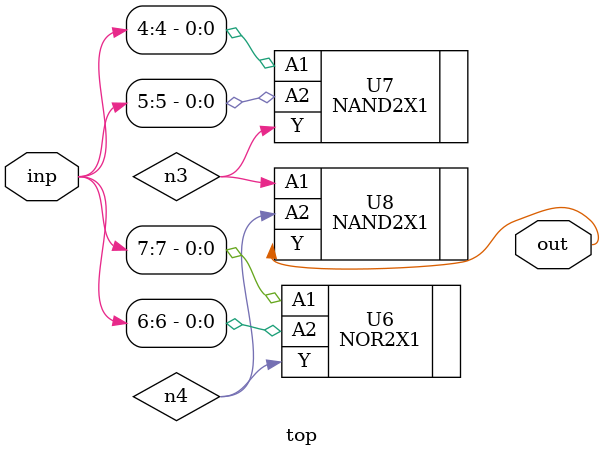
<source format=sv>


module top ( inp, out );
  input [7:0] inp;
  output out;
  wire   n3, n4;

  NOR2X1 U6 ( .A1(inp[7]), .A2(inp[6]), .Y(n4) );
  NAND2X1 U7 ( .A1(inp[4]), .A2(inp[5]), .Y(n3) );
  NAND2X1 U8 ( .A1(n3), .A2(n4), .Y(out) );
endmodule


</source>
